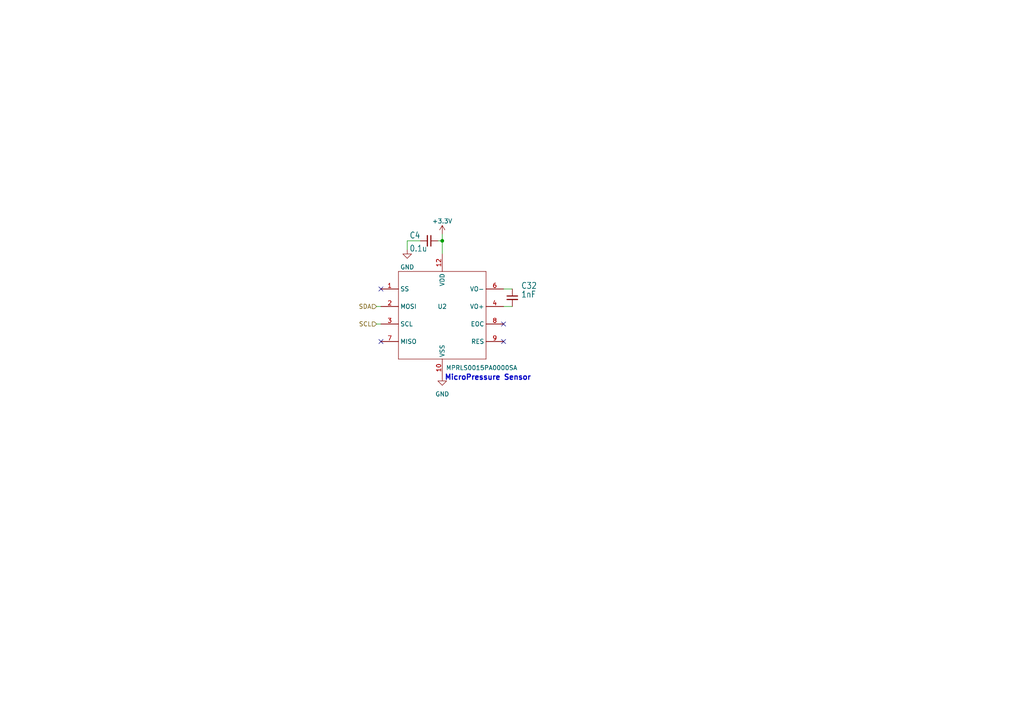
<source format=kicad_sch>
(kicad_sch
	(version 20231120)
	(generator "eeschema")
	(generator_version "8.0")
	(uuid "4f9c4358-dfe3-4415-be53-85a0964d7d40")
	(paper "A4")
	(lib_symbols
		(symbol "BRGRavionics-eagle-import:MPRLS0015PA0000SA"
			(exclude_from_sim no)
			(in_bom yes)
			(on_board yes)
			(property "Reference" "U$8"
				(at 0 0 0)
				(effects
					(font
						(size 1.27 1.27)
					)
					(hide yes)
				)
			)
			(property "Value" "MPRLS0015PA0000SA"
				(at 17.78 -17.145 0)
				(effects
					(font
						(size 1.27 1.27)
					)
				)
			)
			(property "Footprint" "BRGRavionics:MPRLS0015PA0000SA"
				(at -20.32 -16.51 0)
				(effects
					(font
						(size 1.27 1.27)
					)
					(hide yes)
				)
			)
			(property "Datasheet" ""
				(at 0 0 0)
				(effects
					(font
						(size 1.27 1.27)
					)
					(hide yes)
				)
			)
			(property "Description" ""
				(at 0 0 0)
				(effects
					(font
						(size 1.27 1.27)
					)
					(hide yes)
				)
			)
			(property "ki_locked" ""
				(at 0 0 0)
				(effects
					(font
						(size 1.27 1.27)
					)
				)
			)
			(symbol "MPRLS0015PA0000SA_1_0"
				(polyline
					(pts
						(xy -12.7 -15.24) (xy 12.7 -15.24)
					)
					(stroke
						(width 0.1524)
						(type solid)
					)
					(fill
						(type none)
					)
				)
				(polyline
					(pts
						(xy -12.7 10.16) (xy -12.7 -15.24)
					)
					(stroke
						(width 0.1524)
						(type solid)
					)
					(fill
						(type none)
					)
				)
				(polyline
					(pts
						(xy 12.7 -15.24) (xy 12.7 10.16)
					)
					(stroke
						(width 0.1524)
						(type solid)
					)
					(fill
						(type none)
					)
				)
				(polyline
					(pts
						(xy 12.7 10.16) (xy -12.7 10.16)
					)
					(stroke
						(width 0.1524)
						(type solid)
					)
					(fill
						(type none)
					)
				)
				(pin bidirectional line
					(at -17.78 5.08 0)
					(length 5.08)
					(name "SS"
						(effects
							(font
								(size 1.27 1.27)
							)
						)
					)
					(number "1"
						(effects
							(font
								(size 1.27 1.27)
							)
						)
					)
				)
				(pin bidirectional line
					(at 0 -20.32 90)
					(length 5.08)
					(name "VSS"
						(effects
							(font
								(size 1.27 1.27)
							)
						)
					)
					(number "10"
						(effects
							(font
								(size 1.27 1.27)
							)
						)
					)
				)
				(pin bidirectional line
					(at 0 15.24 270)
					(length 5.08)
					(name "VDD"
						(effects
							(font
								(size 1.27 1.27)
							)
						)
					)
					(number "12"
						(effects
							(font
								(size 1.27 1.27)
							)
						)
					)
				)
				(pin bidirectional line
					(at -17.78 0 0)
					(length 5.08)
					(name "MOSI"
						(effects
							(font
								(size 1.27 1.27)
							)
						)
					)
					(number "2"
						(effects
							(font
								(size 1.27 1.27)
							)
						)
					)
				)
				(pin bidirectional line
					(at -17.78 -5.08 0)
					(length 5.08)
					(name "SCL"
						(effects
							(font
								(size 1.27 1.27)
							)
						)
					)
					(number "3"
						(effects
							(font
								(size 1.27 1.27)
							)
						)
					)
				)
				(pin bidirectional line
					(at 17.78 0 180)
					(length 5.08)
					(name "VO+"
						(effects
							(font
								(size 1.27 1.27)
							)
						)
					)
					(number "4"
						(effects
							(font
								(size 1.27 1.27)
							)
						)
					)
				)
				(pin bidirectional line
					(at 17.78 5.08 180)
					(length 5.08)
					(name "VO-"
						(effects
							(font
								(size 1.27 1.27)
							)
						)
					)
					(number "6"
						(effects
							(font
								(size 1.27 1.27)
							)
						)
					)
				)
				(pin bidirectional line
					(at -17.78 -10.16 0)
					(length 5.08)
					(name "MISO"
						(effects
							(font
								(size 1.27 1.27)
							)
						)
					)
					(number "7"
						(effects
							(font
								(size 1.27 1.27)
							)
						)
					)
				)
				(pin bidirectional line
					(at 17.78 -5.08 180)
					(length 5.08)
					(name "EOC"
						(effects
							(font
								(size 1.27 1.27)
							)
						)
					)
					(number "8"
						(effects
							(font
								(size 1.27 1.27)
							)
						)
					)
				)
				(pin bidirectional line
					(at 17.78 -10.16 180)
					(length 5.08)
					(name "RES"
						(effects
							(font
								(size 1.27 1.27)
							)
						)
					)
					(number "9"
						(effects
							(font
								(size 1.27 1.27)
							)
						)
					)
				)
			)
		)
		(symbol "Device:C_Small"
			(pin_numbers hide)
			(pin_names
				(offset 0.254) hide)
			(exclude_from_sim no)
			(in_bom yes)
			(on_board yes)
			(property "Reference" "C"
				(at 0.254 1.778 0)
				(effects
					(font
						(size 1.27 1.27)
					)
					(justify left)
				)
			)
			(property "Value" "C_Small"
				(at 0.254 -2.032 0)
				(effects
					(font
						(size 1.27 1.27)
					)
					(justify left)
				)
			)
			(property "Footprint" ""
				(at 0 0 0)
				(effects
					(font
						(size 1.27 1.27)
					)
					(hide yes)
				)
			)
			(property "Datasheet" "~"
				(at 0 0 0)
				(effects
					(font
						(size 1.27 1.27)
					)
					(hide yes)
				)
			)
			(property "Description" "Unpolarized capacitor, small symbol"
				(at 0 0 0)
				(effects
					(font
						(size 1.27 1.27)
					)
					(hide yes)
				)
			)
			(property "ki_keywords" "capacitor cap"
				(at 0 0 0)
				(effects
					(font
						(size 1.27 1.27)
					)
					(hide yes)
				)
			)
			(property "ki_fp_filters" "C_*"
				(at 0 0 0)
				(effects
					(font
						(size 1.27 1.27)
					)
					(hide yes)
				)
			)
			(symbol "C_Small_0_1"
				(polyline
					(pts
						(xy -1.524 -0.508) (xy 1.524 -0.508)
					)
					(stroke
						(width 0.3302)
						(type default)
					)
					(fill
						(type none)
					)
				)
				(polyline
					(pts
						(xy -1.524 0.508) (xy 1.524 0.508)
					)
					(stroke
						(width 0.3048)
						(type default)
					)
					(fill
						(type none)
					)
				)
			)
			(symbol "C_Small_1_1"
				(pin passive line
					(at 0 2.54 270)
					(length 2.032)
					(name "~"
						(effects
							(font
								(size 1.27 1.27)
							)
						)
					)
					(number "1"
						(effects
							(font
								(size 1.27 1.27)
							)
						)
					)
				)
				(pin passive line
					(at 0 -2.54 90)
					(length 2.032)
					(name "~"
						(effects
							(font
								(size 1.27 1.27)
							)
						)
					)
					(number "2"
						(effects
							(font
								(size 1.27 1.27)
							)
						)
					)
				)
			)
		)
		(symbol "power:+3.3V"
			(power)
			(pin_names
				(offset 0)
			)
			(exclude_from_sim no)
			(in_bom yes)
			(on_board yes)
			(property "Reference" "#PWR"
				(at 0 -3.81 0)
				(effects
					(font
						(size 1.27 1.27)
					)
					(hide yes)
				)
			)
			(property "Value" "+3.3V"
				(at 0 3.556 0)
				(effects
					(font
						(size 1.27 1.27)
					)
				)
			)
			(property "Footprint" ""
				(at 0 0 0)
				(effects
					(font
						(size 1.27 1.27)
					)
					(hide yes)
				)
			)
			(property "Datasheet" ""
				(at 0 0 0)
				(effects
					(font
						(size 1.27 1.27)
					)
					(hide yes)
				)
			)
			(property "Description" "Power symbol creates a global label with name \"+3.3V\""
				(at 0 0 0)
				(effects
					(font
						(size 1.27 1.27)
					)
					(hide yes)
				)
			)
			(property "ki_keywords" "global power"
				(at 0 0 0)
				(effects
					(font
						(size 1.27 1.27)
					)
					(hide yes)
				)
			)
			(symbol "+3.3V_0_1"
				(polyline
					(pts
						(xy -0.762 1.27) (xy 0 2.54)
					)
					(stroke
						(width 0)
						(type default)
					)
					(fill
						(type none)
					)
				)
				(polyline
					(pts
						(xy 0 0) (xy 0 2.54)
					)
					(stroke
						(width 0)
						(type default)
					)
					(fill
						(type none)
					)
				)
				(polyline
					(pts
						(xy 0 2.54) (xy 0.762 1.27)
					)
					(stroke
						(width 0)
						(type default)
					)
					(fill
						(type none)
					)
				)
			)
			(symbol "+3.3V_1_1"
				(pin power_in line
					(at 0 0 90)
					(length 0) hide
					(name "+3.3V"
						(effects
							(font
								(size 1.27 1.27)
							)
						)
					)
					(number "1"
						(effects
							(font
								(size 1.27 1.27)
							)
						)
					)
				)
			)
		)
		(symbol "power:GND"
			(power)
			(pin_names
				(offset 0)
			)
			(exclude_from_sim no)
			(in_bom yes)
			(on_board yes)
			(property "Reference" "#PWR"
				(at 0 -6.35 0)
				(effects
					(font
						(size 1.27 1.27)
					)
					(hide yes)
				)
			)
			(property "Value" "GND"
				(at 0 -3.81 0)
				(effects
					(font
						(size 1.27 1.27)
					)
				)
			)
			(property "Footprint" ""
				(at 0 0 0)
				(effects
					(font
						(size 1.27 1.27)
					)
					(hide yes)
				)
			)
			(property "Datasheet" ""
				(at 0 0 0)
				(effects
					(font
						(size 1.27 1.27)
					)
					(hide yes)
				)
			)
			(property "Description" "Power symbol creates a global label with name \"GND\" , ground"
				(at 0 0 0)
				(effects
					(font
						(size 1.27 1.27)
					)
					(hide yes)
				)
			)
			(property "ki_keywords" "global power"
				(at 0 0 0)
				(effects
					(font
						(size 1.27 1.27)
					)
					(hide yes)
				)
			)
			(symbol "GND_0_1"
				(polyline
					(pts
						(xy 0 0) (xy 0 -1.27) (xy 1.27 -1.27) (xy 0 -2.54) (xy -1.27 -1.27) (xy 0 -1.27)
					)
					(stroke
						(width 0)
						(type default)
					)
					(fill
						(type none)
					)
				)
			)
			(symbol "GND_1_1"
				(pin power_in line
					(at 0 0 270)
					(length 0) hide
					(name "GND"
						(effects
							(font
								(size 1.27 1.27)
							)
						)
					)
					(number "1"
						(effects
							(font
								(size 1.27 1.27)
							)
						)
					)
				)
			)
		)
	)
	(junction
		(at 128.27 69.85)
		(diameter 0)
		(color 0 0 0 0)
		(uuid "bffa7a10-2c0c-4065-b13c-2ca5e294f5ef")
	)
	(no_connect
		(at 146.05 93.98)
		(uuid "47d05d08-125a-4bf1-b105-22a876a8fc4b")
	)
	(no_connect
		(at 110.49 99.06)
		(uuid "880298c7-fd9b-48c0-93e9-2ec5ce5e2d5a")
	)
	(no_connect
		(at 110.49 83.82)
		(uuid "ba5ececf-3fcd-4062-879d-1fbee2dab675")
	)
	(no_connect
		(at 146.05 99.06)
		(uuid "bae47897-aa24-4dfd-a284-69505086780e")
	)
	(wire
		(pts
			(xy 128.27 69.85) (xy 128.27 73.66)
		)
		(stroke
			(width 0)
			(type default)
		)
		(uuid "0d065e49-5a46-42cc-a456-f3f7e65d0a88")
	)
	(wire
		(pts
			(xy 128.27 67.945) (xy 128.27 69.85)
		)
		(stroke
			(width 0)
			(type default)
		)
		(uuid "22034ba3-ea78-44ac-afd9-eb0a29e4d92d")
	)
	(wire
		(pts
			(xy 146.05 88.9) (xy 148.59 88.9)
		)
		(stroke
			(width 0.1524)
			(type solid)
		)
		(uuid "393cc45b-c0a7-4226-8fb7-12a731c11c5a")
	)
	(wire
		(pts
			(xy 121.92 69.85) (xy 118.11 69.85)
		)
		(stroke
			(width 0)
			(type default)
		)
		(uuid "3e8def79-2ef2-4f0f-8f1d-0817b6989160")
	)
	(wire
		(pts
			(xy 109.22 88.9) (xy 110.49 88.9)
		)
		(stroke
			(width 0)
			(type default)
		)
		(uuid "4a82b0d4-6423-438d-b003-d2afd4b413bb")
	)
	(wire
		(pts
			(xy 127 69.85) (xy 128.27 69.85)
		)
		(stroke
			(width 0.1524)
			(type solid)
		)
		(uuid "53a5df6a-14e1-425f-9e8b-6cbd261062ff")
	)
	(wire
		(pts
			(xy 146.05 83.82) (xy 148.59 83.82)
		)
		(stroke
			(width 0.1524)
			(type solid)
		)
		(uuid "9d9b243e-4158-4734-885d-88e036f75d0e")
	)
	(wire
		(pts
			(xy 109.22 93.98) (xy 110.49 93.98)
		)
		(stroke
			(width 0)
			(type default)
		)
		(uuid "bd4df0f6-8756-4f49-b041-cdd2916a3c71")
	)
	(wire
		(pts
			(xy 118.11 69.85) (xy 118.11 72.39)
		)
		(stroke
			(width 0)
			(type default)
		)
		(uuid "d021dd2f-4cca-4ed4-ac89-4f2ed3e0c756")
	)
	(text "MicroPressure Sensor"
		(exclude_from_sim no)
		(at 128.905 110.49 0)
		(effects
			(font
				(size 1.524 1.524)
				(thickness 0.3048)
				(bold yes)
			)
			(justify left bottom)
		)
		(uuid "780627e4-a725-455b-aa90-ce2dc4459827")
	)
	(hierarchical_label "SDA"
		(shape input)
		(at 109.22 88.9 180)
		(fields_autoplaced yes)
		(effects
			(font
				(size 1.27 1.27)
			)
			(justify right)
		)
		(uuid "9d8d6d30-6fd1-4cad-a639-ccc6bb0ed157")
	)
	(hierarchical_label "SCL"
		(shape input)
		(at 109.22 93.98 180)
		(fields_autoplaced yes)
		(effects
			(font
				(size 1.27 1.27)
			)
			(justify right)
		)
		(uuid "aaf37e65-ea2e-4a70-8630-348a9f97036c")
	)
	(symbol
		(lib_id "power:GND")
		(at 118.11 72.39 0)
		(unit 1)
		(exclude_from_sim no)
		(in_bom yes)
		(on_board yes)
		(dnp no)
		(fields_autoplaced yes)
		(uuid "20b93c73-7997-4072-bd04-bbbb4e8f959c")
		(property "Reference" "#PWR073"
			(at 118.11 78.74 0)
			(effects
				(font
					(size 1.27 1.27)
				)
				(hide yes)
			)
		)
		(property "Value" "GND"
			(at 118.11 77.47 0)
			(effects
				(font
					(size 1.27 1.27)
				)
			)
		)
		(property "Footprint" ""
			(at 118.11 72.39 0)
			(effects
				(font
					(size 1.27 1.27)
				)
				(hide yes)
			)
		)
		(property "Datasheet" ""
			(at 118.11 72.39 0)
			(effects
				(font
					(size 1.27 1.27)
				)
				(hide yes)
			)
		)
		(property "Description" ""
			(at 118.11 72.39 0)
			(effects
				(font
					(size 1.27 1.27)
				)
				(hide yes)
			)
		)
		(pin "1"
			(uuid "7dc8d588-45b6-41c1-95e5-d090184d67b6")
		)
		(instances
			(project "BRGRavionics2.4.1"
				(path "/4e6fd9e4-e85c-45d6-9f9c-1f20b37f8bd7/4cc7c859-ffe7-4065-bc19-63d628a485c6"
					(reference "#PWR073")
					(unit 1)
				)
			)
		)
	)
	(symbol
		(lib_id "Device:C_Small")
		(at 124.46 69.85 270)
		(unit 1)
		(exclude_from_sim no)
		(in_bom yes)
		(on_board yes)
		(dnp no)
		(uuid "2fda5b02-7ecd-448b-aa5c-87b337194804")
		(property "Reference" "C4"
			(at 118.745 69.215 90)
			(effects
				(font
					(size 1.778 1.5113)
				)
				(justify left bottom)
			)
		)
		(property "Value" "0.1u"
			(at 118.745 73.025 90)
			(effects
				(font
					(size 1.778 1.5113)
				)
				(justify left bottom)
			)
		)
		(property "Footprint" "Capacitor_SMD:C_0603_1608Metric"
			(at 124.46 69.85 0)
			(effects
				(font
					(size 1.27 1.27)
				)
				(hide yes)
			)
		)
		(property "Datasheet" "~"
			(at 124.46 69.85 0)
			(effects
				(font
					(size 1.27 1.27)
				)
				(hide yes)
			)
		)
		(property "Description" ""
			(at 124.46 69.85 0)
			(effects
				(font
					(size 1.27 1.27)
				)
				(hide yes)
			)
		)
		(pin "1"
			(uuid "86439e41-4b05-4f56-ae0d-5d7d2d88f897")
		)
		(pin "2"
			(uuid "dc5ab921-8c73-4a5a-b90e-b27aca61ec58")
		)
		(instances
			(project "BRGRavionics2.4.1"
				(path "/4e6fd9e4-e85c-45d6-9f9c-1f20b37f8bd7/4cc7c859-ffe7-4065-bc19-63d628a485c6"
					(reference "C4")
					(unit 1)
				)
			)
		)
	)
	(symbol
		(lib_id "power:+3.3V")
		(at 128.27 67.945 0)
		(unit 1)
		(exclude_from_sim no)
		(in_bom yes)
		(on_board yes)
		(dnp no)
		(fields_autoplaced yes)
		(uuid "86d699d4-bd16-4fd0-93d8-a2a1a88d4e96")
		(property "Reference" "#PWR09"
			(at 128.27 71.755 0)
			(effects
				(font
					(size 1.27 1.27)
				)
				(hide yes)
			)
		)
		(property "Value" "+3.3V"
			(at 128.27 64.135 0)
			(effects
				(font
					(size 1.27 1.27)
				)
			)
		)
		(property "Footprint" ""
			(at 128.27 67.945 0)
			(effects
				(font
					(size 1.27 1.27)
				)
				(hide yes)
			)
		)
		(property "Datasheet" ""
			(at 128.27 67.945 0)
			(effects
				(font
					(size 1.27 1.27)
				)
				(hide yes)
			)
		)
		(property "Description" ""
			(at 128.27 67.945 0)
			(effects
				(font
					(size 1.27 1.27)
				)
				(hide yes)
			)
		)
		(pin "1"
			(uuid "6ec112fc-2860-4966-a364-8271b77a9840")
		)
		(instances
			(project "BRGRavionics2.4.1"
				(path "/4e6fd9e4-e85c-45d6-9f9c-1f20b37f8bd7/4cc7c859-ffe7-4065-bc19-63d628a485c6"
					(reference "#PWR09")
					(unit 1)
				)
			)
		)
	)
	(symbol
		(lib_id "Device:C_Small")
		(at 148.59 86.36 0)
		(unit 1)
		(exclude_from_sim no)
		(in_bom yes)
		(on_board yes)
		(dnp no)
		(uuid "962226c8-9aee-4973-a5a9-8696cc1a3e51")
		(property "Reference" "C32"
			(at 151.13 83.82 0)
			(effects
				(font
					(size 1.778 1.5113)
				)
				(justify left bottom)
			)
		)
		(property "Value" "1nF"
			(at 151.13 86.36 0)
			(effects
				(font
					(size 1.778 1.5113)
				)
				(justify left bottom)
			)
		)
		(property "Footprint" "Capacitor_SMD:C_0603_1608Metric"
			(at 148.59 86.36 0)
			(effects
				(font
					(size 1.27 1.27)
				)
				(hide yes)
			)
		)
		(property "Datasheet" "~"
			(at 148.59 86.36 0)
			(effects
				(font
					(size 1.27 1.27)
				)
				(hide yes)
			)
		)
		(property "Description" ""
			(at 148.59 86.36 0)
			(effects
				(font
					(size 1.27 1.27)
				)
				(hide yes)
			)
		)
		(pin "1"
			(uuid "cbad1c43-156a-4303-9ff8-e9d89808544e")
		)
		(pin "2"
			(uuid "1609f874-cb16-4baa-a755-695b1620a8f2")
		)
		(instances
			(project "BRGRavionics2.4.1"
				(path "/4e6fd9e4-e85c-45d6-9f9c-1f20b37f8bd7/4cc7c859-ffe7-4065-bc19-63d628a485c6"
					(reference "C32")
					(unit 1)
				)
			)
		)
	)
	(symbol
		(lib_id "power:GND")
		(at 128.27 109.22 0)
		(unit 1)
		(exclude_from_sim no)
		(in_bom yes)
		(on_board yes)
		(dnp no)
		(fields_autoplaced yes)
		(uuid "e0697163-a868-48a6-ad52-e7f5ea42359b")
		(property "Reference" "#PWR074"
			(at 128.27 115.57 0)
			(effects
				(font
					(size 1.27 1.27)
				)
				(hide yes)
			)
		)
		(property "Value" "GND"
			(at 128.27 114.3 0)
			(effects
				(font
					(size 1.27 1.27)
				)
			)
		)
		(property "Footprint" ""
			(at 128.27 109.22 0)
			(effects
				(font
					(size 1.27 1.27)
				)
				(hide yes)
			)
		)
		(property "Datasheet" ""
			(at 128.27 109.22 0)
			(effects
				(font
					(size 1.27 1.27)
				)
				(hide yes)
			)
		)
		(property "Description" ""
			(at 128.27 109.22 0)
			(effects
				(font
					(size 1.27 1.27)
				)
				(hide yes)
			)
		)
		(pin "1"
			(uuid "161b5368-bc0e-4d4b-82dc-c278b5dfc911")
		)
		(instances
			(project "BRGRavionics2.4.1"
				(path "/4e6fd9e4-e85c-45d6-9f9c-1f20b37f8bd7/4cc7c859-ffe7-4065-bc19-63d628a485c6"
					(reference "#PWR074")
					(unit 1)
				)
			)
		)
	)
	(symbol
		(lib_id "BRGRavionics-eagle-import:MPRLS0015PA0000SA")
		(at 128.27 88.9 0)
		(unit 1)
		(exclude_from_sim no)
		(in_bom yes)
		(on_board yes)
		(dnp no)
		(uuid "e5546601-8a7a-4802-a70e-402e48221fce")
		(property "Reference" "U2"
			(at 128.27 88.9 0)
			(effects
				(font
					(size 1.27 1.27)
				)
			)
		)
		(property "Value" "MPRLS0015PA0000SA"
			(at 139.7 106.68 0)
			(effects
				(font
					(size 1.27 1.27)
				)
			)
		)
		(property "Footprint" "SamacSys_Parts:MPRLS0025PA00001A"
			(at 107.95 105.41 0)
			(effects
				(font
					(size 1.27 1.27)
				)
				(hide yes)
			)
		)
		(property "Datasheet" ""
			(at 128.27 88.9 0)
			(effects
				(font
					(size 1.27 1.27)
				)
				(hide yes)
			)
		)
		(property "Description" ""
			(at 128.27 88.9 0)
			(effects
				(font
					(size 1.27 1.27)
				)
				(hide yes)
			)
		)
		(pin "1"
			(uuid "c8553fff-9cbd-46da-8210-2558b61601ec")
		)
		(pin "10"
			(uuid "9072aa65-1617-4cc2-8cfc-dc1bbee2cee8")
		)
		(pin "12"
			(uuid "d55477de-be63-470b-bca5-b10e56c45fc8")
		)
		(pin "2"
			(uuid "c9172687-d196-4db3-977a-218a7deb2d1d")
		)
		(pin "3"
			(uuid "c46be504-7896-4114-b590-69c4d55eabdc")
		)
		(pin "4"
			(uuid "dc9b0056-7c93-4a0e-aa7f-f8d17adbc85a")
		)
		(pin "6"
			(uuid "38306dbe-944f-40df-a392-50b67bd96dc6")
		)
		(pin "7"
			(uuid "737675e8-1550-4be3-ba38-51fe60843741")
		)
		(pin "8"
			(uuid "957b3d1c-5ff3-4779-9dc8-b5ba066f49b6")
		)
		(pin "9"
			(uuid "ffb054d7-4c37-465d-b66a-a3d8ced89d66")
		)
		(instances
			(project "BRGRavionics2.4.1"
				(path "/4e6fd9e4-e85c-45d6-9f9c-1f20b37f8bd7/4cc7c859-ffe7-4065-bc19-63d628a485c6"
					(reference "U2")
					(unit 1)
				)
			)
		)
	)
)

</source>
